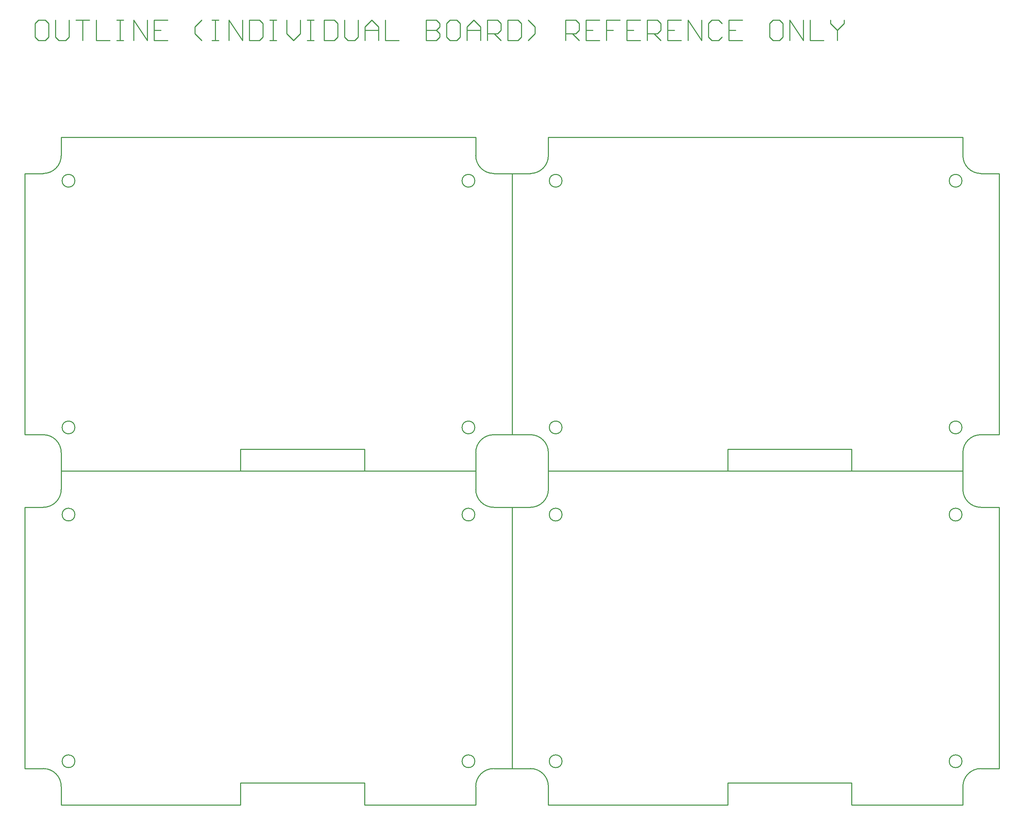
<source format=gm1>
G04*
G04 #@! TF.GenerationSoftware,Altium Limited,Altium Designer,19.0.8 (182)*
G04*
G04 Layer_Color=16711935*
%FSLAX25Y25*%
%MOIN*%
G70*
G01*
G75*
%ADD62C,0.01000*%
D62*
X39997Y789993D02*
X33332D01*
X30000Y786661D01*
Y773332D01*
X33332Y770000D01*
X39997D01*
X43329Y773332D01*
Y786661D01*
X39997Y789993D01*
X49994D02*
Y773332D01*
X53326Y770000D01*
X59990D01*
X63323Y773332D01*
Y789993D01*
X69987D02*
X83316D01*
X76652D01*
Y770000D01*
X89981Y789993D02*
Y770000D01*
X103310D01*
X109974Y789993D02*
X116639D01*
X113306D01*
Y770000D01*
X109974D01*
X116639D01*
X126635D02*
Y789993D01*
X139964Y770000D01*
Y789993D01*
X159958D02*
X146629D01*
Y770000D01*
X159958D01*
X146629Y779997D02*
X153294D01*
X193281Y770000D02*
X186616Y776664D01*
Y783329D01*
X193281Y789993D01*
X203277D02*
X209942D01*
X206610D01*
Y770000D01*
X203277D01*
X209942D01*
X219939D02*
Y789993D01*
X233268Y770000D01*
Y789993D01*
X239932D02*
Y770000D01*
X249929D01*
X253261Y773332D01*
Y786661D01*
X249929Y789993D01*
X239932D01*
X259926D02*
X266590D01*
X263258D01*
Y770000D01*
X259926D01*
X266590D01*
X276587Y789993D02*
Y776664D01*
X283252Y770000D01*
X289916Y776664D01*
Y789993D01*
X296581D02*
X303245D01*
X299913D01*
Y770000D01*
X296581D01*
X303245D01*
X313242Y789993D02*
Y770000D01*
X323239D01*
X326571Y773332D01*
Y786661D01*
X323239Y789993D01*
X313242D01*
X333235D02*
Y773332D01*
X336568Y770000D01*
X343232D01*
X346564Y773332D01*
Y789993D01*
X353229Y770000D02*
Y783329D01*
X359893Y789993D01*
X366558Y783329D01*
Y770000D01*
Y779997D01*
X353229D01*
X373222Y789993D02*
Y770000D01*
X386551D01*
X413209Y789993D02*
Y770000D01*
X423206D01*
X426539Y773332D01*
Y776664D01*
X423206Y779997D01*
X413209D01*
X423206D01*
X426539Y783329D01*
Y786661D01*
X423206Y789993D01*
X413209D01*
X443200D02*
X436535D01*
X433203Y786661D01*
Y773332D01*
X436535Y770000D01*
X443200D01*
X446532Y773332D01*
Y786661D01*
X443200Y789993D01*
X453197Y770000D02*
Y783329D01*
X459861Y789993D01*
X466526Y783329D01*
Y770000D01*
Y779997D01*
X453197D01*
X473190Y770000D02*
Y789993D01*
X483187D01*
X486519Y786661D01*
Y779997D01*
X483187Y776664D01*
X473190D01*
X479855D02*
X486519Y770000D01*
X493184Y789993D02*
Y770000D01*
X503180D01*
X506513Y773332D01*
Y786661D01*
X503180Y789993D01*
X493184D01*
X513177Y770000D02*
X519842Y776664D01*
Y783329D01*
X513177Y789993D01*
X549832Y770000D02*
Y789993D01*
X559829D01*
X563161Y786661D01*
Y779997D01*
X559829Y776664D01*
X549832D01*
X556496D02*
X563161Y770000D01*
X583155Y789993D02*
X569826D01*
Y770000D01*
X583155D01*
X569826Y779997D02*
X576490D01*
X603148Y789993D02*
X589819D01*
Y779997D01*
X596484D01*
X589819D01*
Y770000D01*
X623142Y789993D02*
X609813D01*
Y770000D01*
X623142D01*
X609813Y779997D02*
X616477D01*
X629806Y770000D02*
Y789993D01*
X639803D01*
X643135Y786661D01*
Y779997D01*
X639803Y776664D01*
X629806D01*
X636471D02*
X643135Y770000D01*
X663129Y789993D02*
X649800D01*
Y770000D01*
X663129D01*
X649800Y779997D02*
X656464D01*
X669793Y770000D02*
Y789993D01*
X683122Y770000D01*
Y789993D01*
X703116Y786661D02*
X699784Y789993D01*
X693119D01*
X689787Y786661D01*
Y773332D01*
X693119Y770000D01*
X699784D01*
X703116Y773332D01*
X723109Y789993D02*
X709780D01*
Y770000D01*
X723109D01*
X709780Y779997D02*
X716445D01*
X759764Y789993D02*
X753100D01*
X749767Y786661D01*
Y773332D01*
X753100Y770000D01*
X759764D01*
X763096Y773332D01*
Y786661D01*
X759764Y789993D01*
X769761Y770000D02*
Y789993D01*
X783090Y770000D01*
Y789993D01*
X789754D02*
Y770000D01*
X803084D01*
X809748Y789993D02*
Y786661D01*
X816413Y779997D01*
X823077Y786661D01*
Y789993D01*
X816413Y779997D02*
Y770000D01*
X68994Y62757D02*
G03*
X68994Y62757I-6250J0D01*
G01*
X460993Y304756D02*
G03*
X460993Y304756I-6250J0D01*
G01*
X37993Y311902D02*
G03*
X55598Y329506I0J17604D01*
G01*
X461889D02*
G03*
X479494Y311902I17604J0D01*
G01*
Y55611D02*
G03*
X461889Y38006I0J-17604D01*
G01*
X55598D02*
G03*
X37993Y55611I-17604J0D01*
G01*
X68994Y304756D02*
G03*
X68994Y304756I-6250J0D01*
G01*
X460993Y62757D02*
G03*
X460993Y62757I-6250J0D01*
G01*
X55611Y20000D02*
X231286D01*
X352799Y20013D02*
X461889D01*
X352786Y20000D02*
Y41500D01*
X231286D02*
X352786D01*
X231286Y20000D02*
Y41500D01*
X55598Y329506D02*
Y347500D01*
X461889Y329506D02*
Y347500D01*
X479494Y311902D02*
X497487D01*
Y55611D02*
Y311902D01*
X479494Y55611D02*
X497487D01*
X461889Y20013D02*
Y38006D01*
X55598Y20013D02*
Y38006D01*
X20000Y55611D02*
X37993D01*
X20000D02*
Y311902D01*
X37993D01*
X55598Y347500D02*
X461889D01*
X546481Y62757D02*
G03*
X546481Y62757I-6250J0D01*
G01*
X938480Y304756D02*
G03*
X938480Y304756I-6250J0D01*
G01*
X515481Y311902D02*
G03*
X533085Y329506I0J17604D01*
G01*
X939376D02*
G03*
X956981Y311902I17604J0D01*
G01*
Y55611D02*
G03*
X939376Y38006I0J-17604D01*
G01*
X533085D02*
G03*
X515481Y55611I-17604J0D01*
G01*
X546481Y304756D02*
G03*
X546481Y304756I-6250J0D01*
G01*
X938480Y62757D02*
G03*
X938480Y62757I-6250J0D01*
G01*
X533098Y20000D02*
X708773D01*
X830286Y20013D02*
X939376D01*
X830273Y20000D02*
Y41500D01*
X708773D02*
X830273D01*
X708773Y20000D02*
Y41500D01*
X533085Y329506D02*
Y347500D01*
X939376Y329506D02*
Y347500D01*
X956981Y311902D02*
X974974D01*
Y55611D02*
Y311902D01*
X956981Y55611D02*
X974974D01*
X939376Y20013D02*
Y38006D01*
X533085Y20013D02*
Y38006D01*
X497487Y55611D02*
X515481D01*
X497487D02*
Y311902D01*
X515481D01*
X533085Y347500D02*
X939376D01*
X68994Y390244D02*
G03*
X68994Y390244I-6250J0D01*
G01*
X460993Y632243D02*
G03*
X460993Y632243I-6250J0D01*
G01*
X37993Y639389D02*
G03*
X55598Y656993I0J17604D01*
G01*
X461889D02*
G03*
X479494Y639389I17604J0D01*
G01*
Y383098D02*
G03*
X461889Y365493I0J-17604D01*
G01*
X55598D02*
G03*
X37993Y383098I-17604J0D01*
G01*
X68994Y632243D02*
G03*
X68994Y632243I-6250J0D01*
G01*
X460993Y390244D02*
G03*
X460993Y390244I-6250J0D01*
G01*
X55611Y347487D02*
X231286D01*
X352799Y347500D02*
X461889D01*
X352786Y347487D02*
Y368987D01*
X231286D02*
X352786D01*
X231286Y347487D02*
Y368987D01*
X55598Y656993D02*
Y674987D01*
X461889Y656993D02*
Y674987D01*
X479494Y639389D02*
X497487D01*
Y383098D02*
Y639389D01*
X479494Y383098D02*
X497487D01*
X461889Y347500D02*
Y365493D01*
X55598Y347500D02*
Y365493D01*
X20000Y383098D02*
X37993D01*
X20000D02*
Y639389D01*
X37993D01*
X55598Y674987D02*
X461889D01*
X546481Y390244D02*
G03*
X546481Y390244I-6250J0D01*
G01*
X938480Y632243D02*
G03*
X938480Y632243I-6250J0D01*
G01*
X515481Y639389D02*
G03*
X533085Y656993I0J17604D01*
G01*
X939376D02*
G03*
X956981Y639389I17604J0D01*
G01*
Y383098D02*
G03*
X939376Y365493I0J-17604D01*
G01*
X533085D02*
G03*
X515481Y383098I-17604J0D01*
G01*
X546481Y632243D02*
G03*
X546481Y632243I-6250J0D01*
G01*
X938480Y390244D02*
G03*
X938480Y390244I-6250J0D01*
G01*
X533098Y347487D02*
X708773D01*
X830286Y347500D02*
X939376D01*
X830273Y347487D02*
Y368987D01*
X708773D02*
X830273D01*
X708773Y347487D02*
Y368987D01*
X533085Y656993D02*
Y674987D01*
X939376Y656993D02*
Y674987D01*
X956981Y639389D02*
X974974D01*
Y383098D02*
Y639389D01*
X956981Y383098D02*
X974974D01*
X939376Y347500D02*
Y365493D01*
X533085Y347500D02*
Y365493D01*
X497487Y383098D02*
X515481D01*
X497487D02*
Y639389D01*
X515481D01*
X533085Y674987D02*
X939376D01*
M02*

</source>
